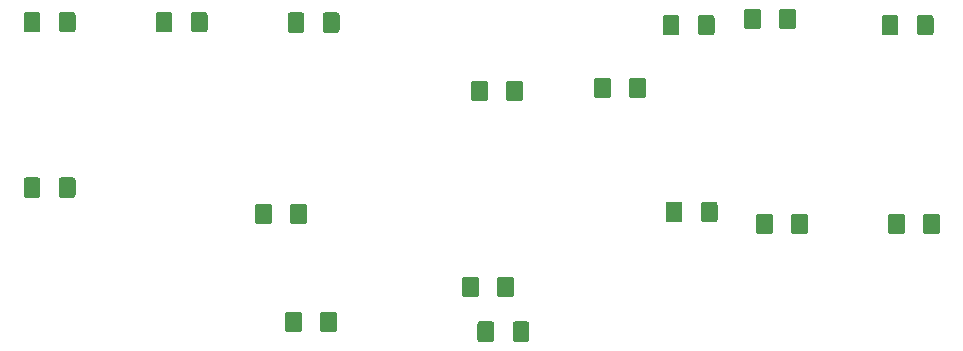
<source format=gbr>
G04 #@! TF.GenerationSoftware,KiCad,Pcbnew,5.1.5+dfsg1-2build2*
G04 #@! TF.CreationDate,2022-05-21T12:29:04-07:00*
G04 #@! TF.ProjectId,ProgramCounter,50726f67-7261-46d4-936f-756e7465722e,rev?*
G04 #@! TF.SameCoordinates,Original*
G04 #@! TF.FileFunction,Paste,Bot*
G04 #@! TF.FilePolarity,Positive*
%FSLAX46Y46*%
G04 Gerber Fmt 4.6, Leading zero omitted, Abs format (unit mm)*
G04 Created by KiCad (PCBNEW 5.1.5+dfsg1-2build2) date 2022-05-21 12:29:04*
%MOMM*%
%LPD*%
G04 APERTURE LIST*
%ADD10C,0.100000*%
G04 APERTURE END LIST*
D10*
G36*
X92000004Y-82184204D02*
G01*
X92024273Y-82187804D01*
X92048071Y-82193765D01*
X92071171Y-82202030D01*
X92093349Y-82212520D01*
X92114393Y-82225133D01*
X92134098Y-82239747D01*
X92152277Y-82256223D01*
X92168753Y-82274402D01*
X92183367Y-82294107D01*
X92195980Y-82315151D01*
X92206470Y-82337329D01*
X92214735Y-82360429D01*
X92220696Y-82384227D01*
X92224296Y-82408496D01*
X92225500Y-82433000D01*
X92225500Y-83683000D01*
X92224296Y-83707504D01*
X92220696Y-83731773D01*
X92214735Y-83755571D01*
X92206470Y-83778671D01*
X92195980Y-83800849D01*
X92183367Y-83821893D01*
X92168753Y-83841598D01*
X92152277Y-83859777D01*
X92134098Y-83876253D01*
X92114393Y-83890867D01*
X92093349Y-83903480D01*
X92071171Y-83913970D01*
X92048071Y-83922235D01*
X92024273Y-83928196D01*
X92000004Y-83931796D01*
X91975500Y-83933000D01*
X91050500Y-83933000D01*
X91025996Y-83931796D01*
X91001727Y-83928196D01*
X90977929Y-83922235D01*
X90954829Y-83913970D01*
X90932651Y-83903480D01*
X90911607Y-83890867D01*
X90891902Y-83876253D01*
X90873723Y-83859777D01*
X90857247Y-83841598D01*
X90842633Y-83821893D01*
X90830020Y-83800849D01*
X90819530Y-83778671D01*
X90811265Y-83755571D01*
X90805304Y-83731773D01*
X90801704Y-83707504D01*
X90800500Y-83683000D01*
X90800500Y-82433000D01*
X90801704Y-82408496D01*
X90805304Y-82384227D01*
X90811265Y-82360429D01*
X90819530Y-82337329D01*
X90830020Y-82315151D01*
X90842633Y-82294107D01*
X90857247Y-82274402D01*
X90873723Y-82256223D01*
X90891902Y-82239747D01*
X90911607Y-82225133D01*
X90932651Y-82212520D01*
X90954829Y-82202030D01*
X90977929Y-82193765D01*
X91001727Y-82187804D01*
X91025996Y-82184204D01*
X91050500Y-82183000D01*
X91975500Y-82183000D01*
X92000004Y-82184204D01*
G37*
G36*
X94975004Y-82184204D02*
G01*
X94999273Y-82187804D01*
X95023071Y-82193765D01*
X95046171Y-82202030D01*
X95068349Y-82212520D01*
X95089393Y-82225133D01*
X95109098Y-82239747D01*
X95127277Y-82256223D01*
X95143753Y-82274402D01*
X95158367Y-82294107D01*
X95170980Y-82315151D01*
X95181470Y-82337329D01*
X95189735Y-82360429D01*
X95195696Y-82384227D01*
X95199296Y-82408496D01*
X95200500Y-82433000D01*
X95200500Y-83683000D01*
X95199296Y-83707504D01*
X95195696Y-83731773D01*
X95189735Y-83755571D01*
X95181470Y-83778671D01*
X95170980Y-83800849D01*
X95158367Y-83821893D01*
X95143753Y-83841598D01*
X95127277Y-83859777D01*
X95109098Y-83876253D01*
X95089393Y-83890867D01*
X95068349Y-83903480D01*
X95046171Y-83913970D01*
X95023071Y-83922235D01*
X94999273Y-83928196D01*
X94975004Y-83931796D01*
X94950500Y-83933000D01*
X94025500Y-83933000D01*
X94000996Y-83931796D01*
X93976727Y-83928196D01*
X93952929Y-83922235D01*
X93929829Y-83913970D01*
X93907651Y-83903480D01*
X93886607Y-83890867D01*
X93866902Y-83876253D01*
X93848723Y-83859777D01*
X93832247Y-83841598D01*
X93817633Y-83821893D01*
X93805020Y-83800849D01*
X93794530Y-83778671D01*
X93786265Y-83755571D01*
X93780304Y-83731773D01*
X93776704Y-83707504D01*
X93775500Y-83683000D01*
X93775500Y-82433000D01*
X93776704Y-82408496D01*
X93780304Y-82384227D01*
X93786265Y-82360429D01*
X93794530Y-82337329D01*
X93805020Y-82315151D01*
X93817633Y-82294107D01*
X93832247Y-82274402D01*
X93848723Y-82256223D01*
X93866902Y-82239747D01*
X93886607Y-82225133D01*
X93907651Y-82212520D01*
X93929829Y-82202030D01*
X93952929Y-82193765D01*
X93976727Y-82187804D01*
X94000996Y-82184204D01*
X94025500Y-82183000D01*
X94950500Y-82183000D01*
X94975004Y-82184204D01*
G37*
G36*
X56548004Y-69992204D02*
G01*
X56572273Y-69995804D01*
X56596071Y-70001765D01*
X56619171Y-70010030D01*
X56641349Y-70020520D01*
X56662393Y-70033133D01*
X56682098Y-70047747D01*
X56700277Y-70064223D01*
X56716753Y-70082402D01*
X56731367Y-70102107D01*
X56743980Y-70123151D01*
X56754470Y-70145329D01*
X56762735Y-70168429D01*
X56768696Y-70192227D01*
X56772296Y-70216496D01*
X56773500Y-70241000D01*
X56773500Y-71491000D01*
X56772296Y-71515504D01*
X56768696Y-71539773D01*
X56762735Y-71563571D01*
X56754470Y-71586671D01*
X56743980Y-71608849D01*
X56731367Y-71629893D01*
X56716753Y-71649598D01*
X56700277Y-71667777D01*
X56682098Y-71684253D01*
X56662393Y-71698867D01*
X56641349Y-71711480D01*
X56619171Y-71721970D01*
X56596071Y-71730235D01*
X56572273Y-71736196D01*
X56548004Y-71739796D01*
X56523500Y-71741000D01*
X55598500Y-71741000D01*
X55573996Y-71739796D01*
X55549727Y-71736196D01*
X55525929Y-71730235D01*
X55502829Y-71721970D01*
X55480651Y-71711480D01*
X55459607Y-71698867D01*
X55439902Y-71684253D01*
X55421723Y-71667777D01*
X55405247Y-71649598D01*
X55390633Y-71629893D01*
X55378020Y-71608849D01*
X55367530Y-71586671D01*
X55359265Y-71563571D01*
X55353304Y-71539773D01*
X55349704Y-71515504D01*
X55348500Y-71491000D01*
X55348500Y-70241000D01*
X55349704Y-70216496D01*
X55353304Y-70192227D01*
X55359265Y-70168429D01*
X55367530Y-70145329D01*
X55378020Y-70123151D01*
X55390633Y-70102107D01*
X55405247Y-70082402D01*
X55421723Y-70064223D01*
X55439902Y-70047747D01*
X55459607Y-70033133D01*
X55480651Y-70020520D01*
X55502829Y-70010030D01*
X55525929Y-70001765D01*
X55549727Y-69995804D01*
X55573996Y-69992204D01*
X55598500Y-69991000D01*
X56523500Y-69991000D01*
X56548004Y-69992204D01*
G37*
G36*
X53573004Y-69992204D02*
G01*
X53597273Y-69995804D01*
X53621071Y-70001765D01*
X53644171Y-70010030D01*
X53666349Y-70020520D01*
X53687393Y-70033133D01*
X53707098Y-70047747D01*
X53725277Y-70064223D01*
X53741753Y-70082402D01*
X53756367Y-70102107D01*
X53768980Y-70123151D01*
X53779470Y-70145329D01*
X53787735Y-70168429D01*
X53793696Y-70192227D01*
X53797296Y-70216496D01*
X53798500Y-70241000D01*
X53798500Y-71491000D01*
X53797296Y-71515504D01*
X53793696Y-71539773D01*
X53787735Y-71563571D01*
X53779470Y-71586671D01*
X53768980Y-71608849D01*
X53756367Y-71629893D01*
X53741753Y-71649598D01*
X53725277Y-71667777D01*
X53707098Y-71684253D01*
X53687393Y-71698867D01*
X53666349Y-71711480D01*
X53644171Y-71721970D01*
X53621071Y-71730235D01*
X53597273Y-71736196D01*
X53573004Y-71739796D01*
X53548500Y-71741000D01*
X52623500Y-71741000D01*
X52598996Y-71739796D01*
X52574727Y-71736196D01*
X52550929Y-71730235D01*
X52527829Y-71721970D01*
X52505651Y-71711480D01*
X52484607Y-71698867D01*
X52464902Y-71684253D01*
X52446723Y-71667777D01*
X52430247Y-71649598D01*
X52415633Y-71629893D01*
X52403020Y-71608849D01*
X52392530Y-71586671D01*
X52384265Y-71563571D01*
X52378304Y-71539773D01*
X52374704Y-71515504D01*
X52373500Y-71491000D01*
X52373500Y-70241000D01*
X52374704Y-70216496D01*
X52378304Y-70192227D01*
X52384265Y-70168429D01*
X52392530Y-70145329D01*
X52403020Y-70123151D01*
X52415633Y-70102107D01*
X52430247Y-70082402D01*
X52446723Y-70064223D01*
X52464902Y-70047747D01*
X52484607Y-70033133D01*
X52505651Y-70020520D01*
X52527829Y-70010030D01*
X52550929Y-70001765D01*
X52574727Y-69995804D01*
X52598996Y-69992204D01*
X52623500Y-69991000D01*
X53548500Y-69991000D01*
X53573004Y-69992204D01*
G37*
G36*
X117544504Y-55706204D02*
G01*
X117568773Y-55709804D01*
X117592571Y-55715765D01*
X117615671Y-55724030D01*
X117637849Y-55734520D01*
X117658893Y-55747133D01*
X117678598Y-55761747D01*
X117696777Y-55778223D01*
X117713253Y-55796402D01*
X117727867Y-55816107D01*
X117740480Y-55837151D01*
X117750970Y-55859329D01*
X117759235Y-55882429D01*
X117765196Y-55906227D01*
X117768796Y-55930496D01*
X117770000Y-55955000D01*
X117770000Y-57205000D01*
X117768796Y-57229504D01*
X117765196Y-57253773D01*
X117759235Y-57277571D01*
X117750970Y-57300671D01*
X117740480Y-57322849D01*
X117727867Y-57343893D01*
X117713253Y-57363598D01*
X117696777Y-57381777D01*
X117678598Y-57398253D01*
X117658893Y-57412867D01*
X117637849Y-57425480D01*
X117615671Y-57435970D01*
X117592571Y-57444235D01*
X117568773Y-57450196D01*
X117544504Y-57453796D01*
X117520000Y-57455000D01*
X116595000Y-57455000D01*
X116570496Y-57453796D01*
X116546227Y-57450196D01*
X116522429Y-57444235D01*
X116499329Y-57435970D01*
X116477151Y-57425480D01*
X116456107Y-57412867D01*
X116436402Y-57398253D01*
X116418223Y-57381777D01*
X116401747Y-57363598D01*
X116387133Y-57343893D01*
X116374520Y-57322849D01*
X116364030Y-57300671D01*
X116355765Y-57277571D01*
X116349804Y-57253773D01*
X116346204Y-57229504D01*
X116345000Y-57205000D01*
X116345000Y-55955000D01*
X116346204Y-55930496D01*
X116349804Y-55906227D01*
X116355765Y-55882429D01*
X116364030Y-55859329D01*
X116374520Y-55837151D01*
X116387133Y-55816107D01*
X116401747Y-55796402D01*
X116418223Y-55778223D01*
X116436402Y-55761747D01*
X116456107Y-55747133D01*
X116477151Y-55734520D01*
X116499329Y-55724030D01*
X116522429Y-55715765D01*
X116546227Y-55709804D01*
X116570496Y-55706204D01*
X116595000Y-55705000D01*
X117520000Y-55705000D01*
X117544504Y-55706204D01*
G37*
G36*
X114569504Y-55706204D02*
G01*
X114593773Y-55709804D01*
X114617571Y-55715765D01*
X114640671Y-55724030D01*
X114662849Y-55734520D01*
X114683893Y-55747133D01*
X114703598Y-55761747D01*
X114721777Y-55778223D01*
X114738253Y-55796402D01*
X114752867Y-55816107D01*
X114765480Y-55837151D01*
X114775970Y-55859329D01*
X114784235Y-55882429D01*
X114790196Y-55906227D01*
X114793796Y-55930496D01*
X114795000Y-55955000D01*
X114795000Y-57205000D01*
X114793796Y-57229504D01*
X114790196Y-57253773D01*
X114784235Y-57277571D01*
X114775970Y-57300671D01*
X114765480Y-57322849D01*
X114752867Y-57343893D01*
X114738253Y-57363598D01*
X114721777Y-57381777D01*
X114703598Y-57398253D01*
X114683893Y-57412867D01*
X114662849Y-57425480D01*
X114640671Y-57435970D01*
X114617571Y-57444235D01*
X114593773Y-57450196D01*
X114569504Y-57453796D01*
X114545000Y-57455000D01*
X113620000Y-57455000D01*
X113595496Y-57453796D01*
X113571227Y-57450196D01*
X113547429Y-57444235D01*
X113524329Y-57435970D01*
X113502151Y-57425480D01*
X113481107Y-57412867D01*
X113461402Y-57398253D01*
X113443223Y-57381777D01*
X113426747Y-57363598D01*
X113412133Y-57343893D01*
X113399520Y-57322849D01*
X113389030Y-57300671D01*
X113380765Y-57277571D01*
X113374804Y-57253773D01*
X113371204Y-57229504D01*
X113370000Y-57205000D01*
X113370000Y-55955000D01*
X113371204Y-55930496D01*
X113374804Y-55906227D01*
X113380765Y-55882429D01*
X113389030Y-55859329D01*
X113399520Y-55837151D01*
X113412133Y-55816107D01*
X113426747Y-55796402D01*
X113443223Y-55778223D01*
X113461402Y-55761747D01*
X113481107Y-55747133D01*
X113502151Y-55734520D01*
X113524329Y-55724030D01*
X113547429Y-55715765D01*
X113571227Y-55709804D01*
X113595496Y-55706204D01*
X113620000Y-55705000D01*
X114545000Y-55705000D01*
X114569504Y-55706204D01*
G37*
G36*
X101869504Y-61548204D02*
G01*
X101893773Y-61551804D01*
X101917571Y-61557765D01*
X101940671Y-61566030D01*
X101962849Y-61576520D01*
X101983893Y-61589133D01*
X102003598Y-61603747D01*
X102021777Y-61620223D01*
X102038253Y-61638402D01*
X102052867Y-61658107D01*
X102065480Y-61679151D01*
X102075970Y-61701329D01*
X102084235Y-61724429D01*
X102090196Y-61748227D01*
X102093796Y-61772496D01*
X102095000Y-61797000D01*
X102095000Y-63047000D01*
X102093796Y-63071504D01*
X102090196Y-63095773D01*
X102084235Y-63119571D01*
X102075970Y-63142671D01*
X102065480Y-63164849D01*
X102052867Y-63185893D01*
X102038253Y-63205598D01*
X102021777Y-63223777D01*
X102003598Y-63240253D01*
X101983893Y-63254867D01*
X101962849Y-63267480D01*
X101940671Y-63277970D01*
X101917571Y-63286235D01*
X101893773Y-63292196D01*
X101869504Y-63295796D01*
X101845000Y-63297000D01*
X100920000Y-63297000D01*
X100895496Y-63295796D01*
X100871227Y-63292196D01*
X100847429Y-63286235D01*
X100824329Y-63277970D01*
X100802151Y-63267480D01*
X100781107Y-63254867D01*
X100761402Y-63240253D01*
X100743223Y-63223777D01*
X100726747Y-63205598D01*
X100712133Y-63185893D01*
X100699520Y-63164849D01*
X100689030Y-63142671D01*
X100680765Y-63119571D01*
X100674804Y-63095773D01*
X100671204Y-63071504D01*
X100670000Y-63047000D01*
X100670000Y-61797000D01*
X100671204Y-61772496D01*
X100674804Y-61748227D01*
X100680765Y-61724429D01*
X100689030Y-61701329D01*
X100699520Y-61679151D01*
X100712133Y-61658107D01*
X100726747Y-61638402D01*
X100743223Y-61620223D01*
X100761402Y-61603747D01*
X100781107Y-61589133D01*
X100802151Y-61576520D01*
X100824329Y-61566030D01*
X100847429Y-61557765D01*
X100871227Y-61551804D01*
X100895496Y-61548204D01*
X100920000Y-61547000D01*
X101845000Y-61547000D01*
X101869504Y-61548204D01*
G37*
G36*
X104844504Y-61548204D02*
G01*
X104868773Y-61551804D01*
X104892571Y-61557765D01*
X104915671Y-61566030D01*
X104937849Y-61576520D01*
X104958893Y-61589133D01*
X104978598Y-61603747D01*
X104996777Y-61620223D01*
X105013253Y-61638402D01*
X105027867Y-61658107D01*
X105040480Y-61679151D01*
X105050970Y-61701329D01*
X105059235Y-61724429D01*
X105065196Y-61748227D01*
X105068796Y-61772496D01*
X105070000Y-61797000D01*
X105070000Y-63047000D01*
X105068796Y-63071504D01*
X105065196Y-63095773D01*
X105059235Y-63119571D01*
X105050970Y-63142671D01*
X105040480Y-63164849D01*
X105027867Y-63185893D01*
X105013253Y-63205598D01*
X104996777Y-63223777D01*
X104978598Y-63240253D01*
X104958893Y-63254867D01*
X104937849Y-63267480D01*
X104915671Y-63277970D01*
X104892571Y-63286235D01*
X104868773Y-63292196D01*
X104844504Y-63295796D01*
X104820000Y-63297000D01*
X103895000Y-63297000D01*
X103870496Y-63295796D01*
X103846227Y-63292196D01*
X103822429Y-63286235D01*
X103799329Y-63277970D01*
X103777151Y-63267480D01*
X103756107Y-63254867D01*
X103736402Y-63240253D01*
X103718223Y-63223777D01*
X103701747Y-63205598D01*
X103687133Y-63185893D01*
X103674520Y-63164849D01*
X103664030Y-63142671D01*
X103655765Y-63119571D01*
X103649804Y-63095773D01*
X103646204Y-63071504D01*
X103645000Y-63047000D01*
X103645000Y-61797000D01*
X103646204Y-61772496D01*
X103649804Y-61748227D01*
X103655765Y-61724429D01*
X103664030Y-61701329D01*
X103674520Y-61679151D01*
X103687133Y-61658107D01*
X103701747Y-61638402D01*
X103718223Y-61620223D01*
X103736402Y-61603747D01*
X103756107Y-61589133D01*
X103777151Y-61576520D01*
X103799329Y-61566030D01*
X103822429Y-61557765D01*
X103846227Y-61551804D01*
X103870496Y-61548204D01*
X103895000Y-61547000D01*
X104820000Y-61547000D01*
X104844504Y-61548204D01*
G37*
G36*
X76142504Y-72216204D02*
G01*
X76166773Y-72219804D01*
X76190571Y-72225765D01*
X76213671Y-72234030D01*
X76235849Y-72244520D01*
X76256893Y-72257133D01*
X76276598Y-72271747D01*
X76294777Y-72288223D01*
X76311253Y-72306402D01*
X76325867Y-72326107D01*
X76338480Y-72347151D01*
X76348970Y-72369329D01*
X76357235Y-72392429D01*
X76363196Y-72416227D01*
X76366796Y-72440496D01*
X76368000Y-72465000D01*
X76368000Y-73715000D01*
X76366796Y-73739504D01*
X76363196Y-73763773D01*
X76357235Y-73787571D01*
X76348970Y-73810671D01*
X76338480Y-73832849D01*
X76325867Y-73853893D01*
X76311253Y-73873598D01*
X76294777Y-73891777D01*
X76276598Y-73908253D01*
X76256893Y-73922867D01*
X76235849Y-73935480D01*
X76213671Y-73945970D01*
X76190571Y-73954235D01*
X76166773Y-73960196D01*
X76142504Y-73963796D01*
X76118000Y-73965000D01*
X75193000Y-73965000D01*
X75168496Y-73963796D01*
X75144227Y-73960196D01*
X75120429Y-73954235D01*
X75097329Y-73945970D01*
X75075151Y-73935480D01*
X75054107Y-73922867D01*
X75034402Y-73908253D01*
X75016223Y-73891777D01*
X74999747Y-73873598D01*
X74985133Y-73853893D01*
X74972520Y-73832849D01*
X74962030Y-73810671D01*
X74953765Y-73787571D01*
X74947804Y-73763773D01*
X74944204Y-73739504D01*
X74943000Y-73715000D01*
X74943000Y-72465000D01*
X74944204Y-72440496D01*
X74947804Y-72416227D01*
X74953765Y-72392429D01*
X74962030Y-72369329D01*
X74972520Y-72347151D01*
X74985133Y-72326107D01*
X74999747Y-72306402D01*
X75016223Y-72288223D01*
X75034402Y-72271747D01*
X75054107Y-72257133D01*
X75075151Y-72244520D01*
X75097329Y-72234030D01*
X75120429Y-72225765D01*
X75144227Y-72219804D01*
X75168496Y-72216204D01*
X75193000Y-72215000D01*
X76118000Y-72215000D01*
X76142504Y-72216204D01*
G37*
G36*
X73167504Y-72216204D02*
G01*
X73191773Y-72219804D01*
X73215571Y-72225765D01*
X73238671Y-72234030D01*
X73260849Y-72244520D01*
X73281893Y-72257133D01*
X73301598Y-72271747D01*
X73319777Y-72288223D01*
X73336253Y-72306402D01*
X73350867Y-72326107D01*
X73363480Y-72347151D01*
X73373970Y-72369329D01*
X73382235Y-72392429D01*
X73388196Y-72416227D01*
X73391796Y-72440496D01*
X73393000Y-72465000D01*
X73393000Y-73715000D01*
X73391796Y-73739504D01*
X73388196Y-73763773D01*
X73382235Y-73787571D01*
X73373970Y-73810671D01*
X73363480Y-73832849D01*
X73350867Y-73853893D01*
X73336253Y-73873598D01*
X73319777Y-73891777D01*
X73301598Y-73908253D01*
X73281893Y-73922867D01*
X73260849Y-73935480D01*
X73238671Y-73945970D01*
X73215571Y-73954235D01*
X73191773Y-73960196D01*
X73167504Y-73963796D01*
X73143000Y-73965000D01*
X72218000Y-73965000D01*
X72193496Y-73963796D01*
X72169227Y-73960196D01*
X72145429Y-73954235D01*
X72122329Y-73945970D01*
X72100151Y-73935480D01*
X72079107Y-73922867D01*
X72059402Y-73908253D01*
X72041223Y-73891777D01*
X72024747Y-73873598D01*
X72010133Y-73853893D01*
X71997520Y-73832849D01*
X71987030Y-73810671D01*
X71978765Y-73787571D01*
X71972804Y-73763773D01*
X71969204Y-73739504D01*
X71968000Y-73715000D01*
X71968000Y-72465000D01*
X71969204Y-72440496D01*
X71972804Y-72416227D01*
X71978765Y-72392429D01*
X71987030Y-72369329D01*
X71997520Y-72347151D01*
X72010133Y-72326107D01*
X72024747Y-72306402D01*
X72041223Y-72288223D01*
X72059402Y-72271747D01*
X72079107Y-72257133D01*
X72100151Y-72244520D01*
X72122329Y-72234030D01*
X72145429Y-72225765D01*
X72169227Y-72219804D01*
X72193496Y-72216204D01*
X72218000Y-72215000D01*
X73143000Y-72215000D01*
X73167504Y-72216204D01*
G37*
G36*
X67724004Y-55960204D02*
G01*
X67748273Y-55963804D01*
X67772071Y-55969765D01*
X67795171Y-55978030D01*
X67817349Y-55988520D01*
X67838393Y-56001133D01*
X67858098Y-56015747D01*
X67876277Y-56032223D01*
X67892753Y-56050402D01*
X67907367Y-56070107D01*
X67919980Y-56091151D01*
X67930470Y-56113329D01*
X67938735Y-56136429D01*
X67944696Y-56160227D01*
X67948296Y-56184496D01*
X67949500Y-56209000D01*
X67949500Y-57459000D01*
X67948296Y-57483504D01*
X67944696Y-57507773D01*
X67938735Y-57531571D01*
X67930470Y-57554671D01*
X67919980Y-57576849D01*
X67907367Y-57597893D01*
X67892753Y-57617598D01*
X67876277Y-57635777D01*
X67858098Y-57652253D01*
X67838393Y-57666867D01*
X67817349Y-57679480D01*
X67795171Y-57689970D01*
X67772071Y-57698235D01*
X67748273Y-57704196D01*
X67724004Y-57707796D01*
X67699500Y-57709000D01*
X66774500Y-57709000D01*
X66749996Y-57707796D01*
X66725727Y-57704196D01*
X66701929Y-57698235D01*
X66678829Y-57689970D01*
X66656651Y-57679480D01*
X66635607Y-57666867D01*
X66615902Y-57652253D01*
X66597723Y-57635777D01*
X66581247Y-57617598D01*
X66566633Y-57597893D01*
X66554020Y-57576849D01*
X66543530Y-57554671D01*
X66535265Y-57531571D01*
X66529304Y-57507773D01*
X66525704Y-57483504D01*
X66524500Y-57459000D01*
X66524500Y-56209000D01*
X66525704Y-56184496D01*
X66529304Y-56160227D01*
X66535265Y-56136429D01*
X66543530Y-56113329D01*
X66554020Y-56091151D01*
X66566633Y-56070107D01*
X66581247Y-56050402D01*
X66597723Y-56032223D01*
X66615902Y-56015747D01*
X66635607Y-56001133D01*
X66656651Y-55988520D01*
X66678829Y-55978030D01*
X66701929Y-55969765D01*
X66725727Y-55963804D01*
X66749996Y-55960204D01*
X66774500Y-55959000D01*
X67699500Y-55959000D01*
X67724004Y-55960204D01*
G37*
G36*
X64749004Y-55960204D02*
G01*
X64773273Y-55963804D01*
X64797071Y-55969765D01*
X64820171Y-55978030D01*
X64842349Y-55988520D01*
X64863393Y-56001133D01*
X64883098Y-56015747D01*
X64901277Y-56032223D01*
X64917753Y-56050402D01*
X64932367Y-56070107D01*
X64944980Y-56091151D01*
X64955470Y-56113329D01*
X64963735Y-56136429D01*
X64969696Y-56160227D01*
X64973296Y-56184496D01*
X64974500Y-56209000D01*
X64974500Y-57459000D01*
X64973296Y-57483504D01*
X64969696Y-57507773D01*
X64963735Y-57531571D01*
X64955470Y-57554671D01*
X64944980Y-57576849D01*
X64932367Y-57597893D01*
X64917753Y-57617598D01*
X64901277Y-57635777D01*
X64883098Y-57652253D01*
X64863393Y-57666867D01*
X64842349Y-57679480D01*
X64820171Y-57689970D01*
X64797071Y-57698235D01*
X64773273Y-57704196D01*
X64749004Y-57707796D01*
X64724500Y-57709000D01*
X63799500Y-57709000D01*
X63774996Y-57707796D01*
X63750727Y-57704196D01*
X63726929Y-57698235D01*
X63703829Y-57689970D01*
X63681651Y-57679480D01*
X63660607Y-57666867D01*
X63640902Y-57652253D01*
X63622723Y-57635777D01*
X63606247Y-57617598D01*
X63591633Y-57597893D01*
X63579020Y-57576849D01*
X63568530Y-57554671D01*
X63560265Y-57531571D01*
X63554304Y-57507773D01*
X63550704Y-57483504D01*
X63549500Y-57459000D01*
X63549500Y-56209000D01*
X63550704Y-56184496D01*
X63554304Y-56160227D01*
X63560265Y-56136429D01*
X63568530Y-56113329D01*
X63579020Y-56091151D01*
X63591633Y-56070107D01*
X63606247Y-56050402D01*
X63622723Y-56032223D01*
X63640902Y-56015747D01*
X63660607Y-56001133D01*
X63681651Y-55988520D01*
X63703829Y-55978030D01*
X63726929Y-55969765D01*
X63750727Y-55963804D01*
X63774996Y-55960204D01*
X63799500Y-55959000D01*
X64724500Y-55959000D01*
X64749004Y-55960204D01*
G37*
G36*
X91455504Y-61802204D02*
G01*
X91479773Y-61805804D01*
X91503571Y-61811765D01*
X91526671Y-61820030D01*
X91548849Y-61830520D01*
X91569893Y-61843133D01*
X91589598Y-61857747D01*
X91607777Y-61874223D01*
X91624253Y-61892402D01*
X91638867Y-61912107D01*
X91651480Y-61933151D01*
X91661970Y-61955329D01*
X91670235Y-61978429D01*
X91676196Y-62002227D01*
X91679796Y-62026496D01*
X91681000Y-62051000D01*
X91681000Y-63301000D01*
X91679796Y-63325504D01*
X91676196Y-63349773D01*
X91670235Y-63373571D01*
X91661970Y-63396671D01*
X91651480Y-63418849D01*
X91638867Y-63439893D01*
X91624253Y-63459598D01*
X91607777Y-63477777D01*
X91589598Y-63494253D01*
X91569893Y-63508867D01*
X91548849Y-63521480D01*
X91526671Y-63531970D01*
X91503571Y-63540235D01*
X91479773Y-63546196D01*
X91455504Y-63549796D01*
X91431000Y-63551000D01*
X90506000Y-63551000D01*
X90481496Y-63549796D01*
X90457227Y-63546196D01*
X90433429Y-63540235D01*
X90410329Y-63531970D01*
X90388151Y-63521480D01*
X90367107Y-63508867D01*
X90347402Y-63494253D01*
X90329223Y-63477777D01*
X90312747Y-63459598D01*
X90298133Y-63439893D01*
X90285520Y-63418849D01*
X90275030Y-63396671D01*
X90266765Y-63373571D01*
X90260804Y-63349773D01*
X90257204Y-63325504D01*
X90256000Y-63301000D01*
X90256000Y-62051000D01*
X90257204Y-62026496D01*
X90260804Y-62002227D01*
X90266765Y-61978429D01*
X90275030Y-61955329D01*
X90285520Y-61933151D01*
X90298133Y-61912107D01*
X90312747Y-61892402D01*
X90329223Y-61874223D01*
X90347402Y-61857747D01*
X90367107Y-61843133D01*
X90388151Y-61830520D01*
X90410329Y-61820030D01*
X90433429Y-61811765D01*
X90457227Y-61805804D01*
X90481496Y-61802204D01*
X90506000Y-61801000D01*
X91431000Y-61801000D01*
X91455504Y-61802204D01*
G37*
G36*
X94430504Y-61802204D02*
G01*
X94454773Y-61805804D01*
X94478571Y-61811765D01*
X94501671Y-61820030D01*
X94523849Y-61830520D01*
X94544893Y-61843133D01*
X94564598Y-61857747D01*
X94582777Y-61874223D01*
X94599253Y-61892402D01*
X94613867Y-61912107D01*
X94626480Y-61933151D01*
X94636970Y-61955329D01*
X94645235Y-61978429D01*
X94651196Y-62002227D01*
X94654796Y-62026496D01*
X94656000Y-62051000D01*
X94656000Y-63301000D01*
X94654796Y-63325504D01*
X94651196Y-63349773D01*
X94645235Y-63373571D01*
X94636970Y-63396671D01*
X94626480Y-63418849D01*
X94613867Y-63439893D01*
X94599253Y-63459598D01*
X94582777Y-63477777D01*
X94564598Y-63494253D01*
X94544893Y-63508867D01*
X94523849Y-63521480D01*
X94501671Y-63531970D01*
X94478571Y-63540235D01*
X94454773Y-63546196D01*
X94430504Y-63549796D01*
X94406000Y-63551000D01*
X93481000Y-63551000D01*
X93456496Y-63549796D01*
X93432227Y-63546196D01*
X93408429Y-63540235D01*
X93385329Y-63531970D01*
X93363151Y-63521480D01*
X93342107Y-63508867D01*
X93322402Y-63494253D01*
X93304223Y-63477777D01*
X93287747Y-63459598D01*
X93273133Y-63439893D01*
X93260520Y-63418849D01*
X93250030Y-63396671D01*
X93241765Y-63373571D01*
X93235804Y-63349773D01*
X93232204Y-63325504D01*
X93231000Y-63301000D01*
X93231000Y-62051000D01*
X93232204Y-62026496D01*
X93235804Y-62002227D01*
X93241765Y-61978429D01*
X93250030Y-61955329D01*
X93260520Y-61933151D01*
X93273133Y-61912107D01*
X93287747Y-61892402D01*
X93304223Y-61874223D01*
X93322402Y-61857747D01*
X93342107Y-61843133D01*
X93363151Y-61830520D01*
X93385329Y-61820030D01*
X93408429Y-61811765D01*
X93432227Y-61805804D01*
X93456496Y-61802204D01*
X93481000Y-61801000D01*
X94406000Y-61801000D01*
X94430504Y-61802204D01*
G37*
G36*
X129192004Y-56214204D02*
G01*
X129216273Y-56217804D01*
X129240071Y-56223765D01*
X129263171Y-56232030D01*
X129285349Y-56242520D01*
X129306393Y-56255133D01*
X129326098Y-56269747D01*
X129344277Y-56286223D01*
X129360753Y-56304402D01*
X129375367Y-56324107D01*
X129387980Y-56345151D01*
X129398470Y-56367329D01*
X129406735Y-56390429D01*
X129412696Y-56414227D01*
X129416296Y-56438496D01*
X129417500Y-56463000D01*
X129417500Y-57713000D01*
X129416296Y-57737504D01*
X129412696Y-57761773D01*
X129406735Y-57785571D01*
X129398470Y-57808671D01*
X129387980Y-57830849D01*
X129375367Y-57851893D01*
X129360753Y-57871598D01*
X129344277Y-57889777D01*
X129326098Y-57906253D01*
X129306393Y-57920867D01*
X129285349Y-57933480D01*
X129263171Y-57943970D01*
X129240071Y-57952235D01*
X129216273Y-57958196D01*
X129192004Y-57961796D01*
X129167500Y-57963000D01*
X128242500Y-57963000D01*
X128217996Y-57961796D01*
X128193727Y-57958196D01*
X128169929Y-57952235D01*
X128146829Y-57943970D01*
X128124651Y-57933480D01*
X128103607Y-57920867D01*
X128083902Y-57906253D01*
X128065723Y-57889777D01*
X128049247Y-57871598D01*
X128034633Y-57851893D01*
X128022020Y-57830849D01*
X128011530Y-57808671D01*
X128003265Y-57785571D01*
X127997304Y-57761773D01*
X127993704Y-57737504D01*
X127992500Y-57713000D01*
X127992500Y-56463000D01*
X127993704Y-56438496D01*
X127997304Y-56414227D01*
X128003265Y-56390429D01*
X128011530Y-56367329D01*
X128022020Y-56345151D01*
X128034633Y-56324107D01*
X128049247Y-56304402D01*
X128065723Y-56286223D01*
X128083902Y-56269747D01*
X128103607Y-56255133D01*
X128124651Y-56242520D01*
X128146829Y-56232030D01*
X128169929Y-56223765D01*
X128193727Y-56217804D01*
X128217996Y-56214204D01*
X128242500Y-56213000D01*
X129167500Y-56213000D01*
X129192004Y-56214204D01*
G37*
G36*
X126217004Y-56214204D02*
G01*
X126241273Y-56217804D01*
X126265071Y-56223765D01*
X126288171Y-56232030D01*
X126310349Y-56242520D01*
X126331393Y-56255133D01*
X126351098Y-56269747D01*
X126369277Y-56286223D01*
X126385753Y-56304402D01*
X126400367Y-56324107D01*
X126412980Y-56345151D01*
X126423470Y-56367329D01*
X126431735Y-56390429D01*
X126437696Y-56414227D01*
X126441296Y-56438496D01*
X126442500Y-56463000D01*
X126442500Y-57713000D01*
X126441296Y-57737504D01*
X126437696Y-57761773D01*
X126431735Y-57785571D01*
X126423470Y-57808671D01*
X126412980Y-57830849D01*
X126400367Y-57851893D01*
X126385753Y-57871598D01*
X126369277Y-57889777D01*
X126351098Y-57906253D01*
X126331393Y-57920867D01*
X126310349Y-57933480D01*
X126288171Y-57943970D01*
X126265071Y-57952235D01*
X126241273Y-57958196D01*
X126217004Y-57961796D01*
X126192500Y-57963000D01*
X125267500Y-57963000D01*
X125242996Y-57961796D01*
X125218727Y-57958196D01*
X125194929Y-57952235D01*
X125171829Y-57943970D01*
X125149651Y-57933480D01*
X125128607Y-57920867D01*
X125108902Y-57906253D01*
X125090723Y-57889777D01*
X125074247Y-57871598D01*
X125059633Y-57851893D01*
X125047020Y-57830849D01*
X125036530Y-57808671D01*
X125028265Y-57785571D01*
X125022304Y-57761773D01*
X125018704Y-57737504D01*
X125017500Y-57713000D01*
X125017500Y-56463000D01*
X125018704Y-56438496D01*
X125022304Y-56414227D01*
X125028265Y-56390429D01*
X125036530Y-56367329D01*
X125047020Y-56345151D01*
X125059633Y-56324107D01*
X125074247Y-56304402D01*
X125090723Y-56286223D01*
X125108902Y-56269747D01*
X125128607Y-56255133D01*
X125149651Y-56242520D01*
X125171829Y-56232030D01*
X125194929Y-56223765D01*
X125218727Y-56217804D01*
X125242996Y-56214204D01*
X125267500Y-56213000D01*
X126192500Y-56213000D01*
X126217004Y-56214204D01*
G37*
G36*
X75707504Y-81360204D02*
G01*
X75731773Y-81363804D01*
X75755571Y-81369765D01*
X75778671Y-81378030D01*
X75800849Y-81388520D01*
X75821893Y-81401133D01*
X75841598Y-81415747D01*
X75859777Y-81432223D01*
X75876253Y-81450402D01*
X75890867Y-81470107D01*
X75903480Y-81491151D01*
X75913970Y-81513329D01*
X75922235Y-81536429D01*
X75928196Y-81560227D01*
X75931796Y-81584496D01*
X75933000Y-81609000D01*
X75933000Y-82859000D01*
X75931796Y-82883504D01*
X75928196Y-82907773D01*
X75922235Y-82931571D01*
X75913970Y-82954671D01*
X75903480Y-82976849D01*
X75890867Y-82997893D01*
X75876253Y-83017598D01*
X75859777Y-83035777D01*
X75841598Y-83052253D01*
X75821893Y-83066867D01*
X75800849Y-83079480D01*
X75778671Y-83089970D01*
X75755571Y-83098235D01*
X75731773Y-83104196D01*
X75707504Y-83107796D01*
X75683000Y-83109000D01*
X74758000Y-83109000D01*
X74733496Y-83107796D01*
X74709227Y-83104196D01*
X74685429Y-83098235D01*
X74662329Y-83089970D01*
X74640151Y-83079480D01*
X74619107Y-83066867D01*
X74599402Y-83052253D01*
X74581223Y-83035777D01*
X74564747Y-83017598D01*
X74550133Y-82997893D01*
X74537520Y-82976849D01*
X74527030Y-82954671D01*
X74518765Y-82931571D01*
X74512804Y-82907773D01*
X74509204Y-82883504D01*
X74508000Y-82859000D01*
X74508000Y-81609000D01*
X74509204Y-81584496D01*
X74512804Y-81560227D01*
X74518765Y-81536429D01*
X74527030Y-81513329D01*
X74537520Y-81491151D01*
X74550133Y-81470107D01*
X74564747Y-81450402D01*
X74581223Y-81432223D01*
X74599402Y-81415747D01*
X74619107Y-81401133D01*
X74640151Y-81388520D01*
X74662329Y-81378030D01*
X74685429Y-81369765D01*
X74709227Y-81363804D01*
X74733496Y-81360204D01*
X74758000Y-81359000D01*
X75683000Y-81359000D01*
X75707504Y-81360204D01*
G37*
G36*
X78682504Y-81360204D02*
G01*
X78706773Y-81363804D01*
X78730571Y-81369765D01*
X78753671Y-81378030D01*
X78775849Y-81388520D01*
X78796893Y-81401133D01*
X78816598Y-81415747D01*
X78834777Y-81432223D01*
X78851253Y-81450402D01*
X78865867Y-81470107D01*
X78878480Y-81491151D01*
X78888970Y-81513329D01*
X78897235Y-81536429D01*
X78903196Y-81560227D01*
X78906796Y-81584496D01*
X78908000Y-81609000D01*
X78908000Y-82859000D01*
X78906796Y-82883504D01*
X78903196Y-82907773D01*
X78897235Y-82931571D01*
X78888970Y-82954671D01*
X78878480Y-82976849D01*
X78865867Y-82997893D01*
X78851253Y-83017598D01*
X78834777Y-83035777D01*
X78816598Y-83052253D01*
X78796893Y-83066867D01*
X78775849Y-83079480D01*
X78753671Y-83089970D01*
X78730571Y-83098235D01*
X78706773Y-83104196D01*
X78682504Y-83107796D01*
X78658000Y-83109000D01*
X77733000Y-83109000D01*
X77708496Y-83107796D01*
X77684227Y-83104196D01*
X77660429Y-83098235D01*
X77637329Y-83089970D01*
X77615151Y-83079480D01*
X77594107Y-83066867D01*
X77574402Y-83052253D01*
X77556223Y-83035777D01*
X77539747Y-83017598D01*
X77525133Y-82997893D01*
X77512520Y-82976849D01*
X77502030Y-82954671D01*
X77493765Y-82931571D01*
X77487804Y-82907773D01*
X77484204Y-82883504D01*
X77483000Y-82859000D01*
X77483000Y-81609000D01*
X77484204Y-81584496D01*
X77487804Y-81560227D01*
X77493765Y-81536429D01*
X77502030Y-81513329D01*
X77512520Y-81491151D01*
X77525133Y-81470107D01*
X77539747Y-81450402D01*
X77556223Y-81432223D01*
X77574402Y-81415747D01*
X77594107Y-81401133D01*
X77615151Y-81388520D01*
X77637329Y-81378030D01*
X77660429Y-81369765D01*
X77684227Y-81363804D01*
X77708496Y-81360204D01*
X77733000Y-81359000D01*
X78658000Y-81359000D01*
X78682504Y-81360204D01*
G37*
G36*
X129736504Y-73058204D02*
G01*
X129760773Y-73061804D01*
X129784571Y-73067765D01*
X129807671Y-73076030D01*
X129829849Y-73086520D01*
X129850893Y-73099133D01*
X129870598Y-73113747D01*
X129888777Y-73130223D01*
X129905253Y-73148402D01*
X129919867Y-73168107D01*
X129932480Y-73189151D01*
X129942970Y-73211329D01*
X129951235Y-73234429D01*
X129957196Y-73258227D01*
X129960796Y-73282496D01*
X129962000Y-73307000D01*
X129962000Y-74557000D01*
X129960796Y-74581504D01*
X129957196Y-74605773D01*
X129951235Y-74629571D01*
X129942970Y-74652671D01*
X129932480Y-74674849D01*
X129919867Y-74695893D01*
X129905253Y-74715598D01*
X129888777Y-74733777D01*
X129870598Y-74750253D01*
X129850893Y-74764867D01*
X129829849Y-74777480D01*
X129807671Y-74787970D01*
X129784571Y-74796235D01*
X129760773Y-74802196D01*
X129736504Y-74805796D01*
X129712000Y-74807000D01*
X128787000Y-74807000D01*
X128762496Y-74805796D01*
X128738227Y-74802196D01*
X128714429Y-74796235D01*
X128691329Y-74787970D01*
X128669151Y-74777480D01*
X128648107Y-74764867D01*
X128628402Y-74750253D01*
X128610223Y-74733777D01*
X128593747Y-74715598D01*
X128579133Y-74695893D01*
X128566520Y-74674849D01*
X128556030Y-74652671D01*
X128547765Y-74629571D01*
X128541804Y-74605773D01*
X128538204Y-74581504D01*
X128537000Y-74557000D01*
X128537000Y-73307000D01*
X128538204Y-73282496D01*
X128541804Y-73258227D01*
X128547765Y-73234429D01*
X128556030Y-73211329D01*
X128566520Y-73189151D01*
X128579133Y-73168107D01*
X128593747Y-73148402D01*
X128610223Y-73130223D01*
X128628402Y-73113747D01*
X128648107Y-73099133D01*
X128669151Y-73086520D01*
X128691329Y-73076030D01*
X128714429Y-73067765D01*
X128738227Y-73061804D01*
X128762496Y-73058204D01*
X128787000Y-73057000D01*
X129712000Y-73057000D01*
X129736504Y-73058204D01*
G37*
G36*
X126761504Y-73058204D02*
G01*
X126785773Y-73061804D01*
X126809571Y-73067765D01*
X126832671Y-73076030D01*
X126854849Y-73086520D01*
X126875893Y-73099133D01*
X126895598Y-73113747D01*
X126913777Y-73130223D01*
X126930253Y-73148402D01*
X126944867Y-73168107D01*
X126957480Y-73189151D01*
X126967970Y-73211329D01*
X126976235Y-73234429D01*
X126982196Y-73258227D01*
X126985796Y-73282496D01*
X126987000Y-73307000D01*
X126987000Y-74557000D01*
X126985796Y-74581504D01*
X126982196Y-74605773D01*
X126976235Y-74629571D01*
X126967970Y-74652671D01*
X126957480Y-74674849D01*
X126944867Y-74695893D01*
X126930253Y-74715598D01*
X126913777Y-74733777D01*
X126895598Y-74750253D01*
X126875893Y-74764867D01*
X126854849Y-74777480D01*
X126832671Y-74787970D01*
X126809571Y-74796235D01*
X126785773Y-74802196D01*
X126761504Y-74805796D01*
X126737000Y-74807000D01*
X125812000Y-74807000D01*
X125787496Y-74805796D01*
X125763227Y-74802196D01*
X125739429Y-74796235D01*
X125716329Y-74787970D01*
X125694151Y-74777480D01*
X125673107Y-74764867D01*
X125653402Y-74750253D01*
X125635223Y-74733777D01*
X125618747Y-74715598D01*
X125604133Y-74695893D01*
X125591520Y-74674849D01*
X125581030Y-74652671D01*
X125572765Y-74629571D01*
X125566804Y-74605773D01*
X125563204Y-74581504D01*
X125562000Y-74557000D01*
X125562000Y-73307000D01*
X125563204Y-73282496D01*
X125566804Y-73258227D01*
X125572765Y-73234429D01*
X125581030Y-73211329D01*
X125591520Y-73189151D01*
X125604133Y-73168107D01*
X125618747Y-73148402D01*
X125635223Y-73130223D01*
X125653402Y-73113747D01*
X125673107Y-73099133D01*
X125694151Y-73086520D01*
X125716329Y-73076030D01*
X125739429Y-73067765D01*
X125763227Y-73061804D01*
X125787496Y-73058204D01*
X125812000Y-73057000D01*
X126737000Y-73057000D01*
X126761504Y-73058204D01*
G37*
G36*
X107675004Y-56214204D02*
G01*
X107699273Y-56217804D01*
X107723071Y-56223765D01*
X107746171Y-56232030D01*
X107768349Y-56242520D01*
X107789393Y-56255133D01*
X107809098Y-56269747D01*
X107827277Y-56286223D01*
X107843753Y-56304402D01*
X107858367Y-56324107D01*
X107870980Y-56345151D01*
X107881470Y-56367329D01*
X107889735Y-56390429D01*
X107895696Y-56414227D01*
X107899296Y-56438496D01*
X107900500Y-56463000D01*
X107900500Y-57713000D01*
X107899296Y-57737504D01*
X107895696Y-57761773D01*
X107889735Y-57785571D01*
X107881470Y-57808671D01*
X107870980Y-57830849D01*
X107858367Y-57851893D01*
X107843753Y-57871598D01*
X107827277Y-57889777D01*
X107809098Y-57906253D01*
X107789393Y-57920867D01*
X107768349Y-57933480D01*
X107746171Y-57943970D01*
X107723071Y-57952235D01*
X107699273Y-57958196D01*
X107675004Y-57961796D01*
X107650500Y-57963000D01*
X106725500Y-57963000D01*
X106700996Y-57961796D01*
X106676727Y-57958196D01*
X106652929Y-57952235D01*
X106629829Y-57943970D01*
X106607651Y-57933480D01*
X106586607Y-57920867D01*
X106566902Y-57906253D01*
X106548723Y-57889777D01*
X106532247Y-57871598D01*
X106517633Y-57851893D01*
X106505020Y-57830849D01*
X106494530Y-57808671D01*
X106486265Y-57785571D01*
X106480304Y-57761773D01*
X106476704Y-57737504D01*
X106475500Y-57713000D01*
X106475500Y-56463000D01*
X106476704Y-56438496D01*
X106480304Y-56414227D01*
X106486265Y-56390429D01*
X106494530Y-56367329D01*
X106505020Y-56345151D01*
X106517633Y-56324107D01*
X106532247Y-56304402D01*
X106548723Y-56286223D01*
X106566902Y-56269747D01*
X106586607Y-56255133D01*
X106607651Y-56242520D01*
X106629829Y-56232030D01*
X106652929Y-56223765D01*
X106676727Y-56217804D01*
X106700996Y-56214204D01*
X106725500Y-56213000D01*
X107650500Y-56213000D01*
X107675004Y-56214204D01*
G37*
G36*
X110650004Y-56214204D02*
G01*
X110674273Y-56217804D01*
X110698071Y-56223765D01*
X110721171Y-56232030D01*
X110743349Y-56242520D01*
X110764393Y-56255133D01*
X110784098Y-56269747D01*
X110802277Y-56286223D01*
X110818753Y-56304402D01*
X110833367Y-56324107D01*
X110845980Y-56345151D01*
X110856470Y-56367329D01*
X110864735Y-56390429D01*
X110870696Y-56414227D01*
X110874296Y-56438496D01*
X110875500Y-56463000D01*
X110875500Y-57713000D01*
X110874296Y-57737504D01*
X110870696Y-57761773D01*
X110864735Y-57785571D01*
X110856470Y-57808671D01*
X110845980Y-57830849D01*
X110833367Y-57851893D01*
X110818753Y-57871598D01*
X110802277Y-57889777D01*
X110784098Y-57906253D01*
X110764393Y-57920867D01*
X110743349Y-57933480D01*
X110721171Y-57943970D01*
X110698071Y-57952235D01*
X110674273Y-57958196D01*
X110650004Y-57961796D01*
X110625500Y-57963000D01*
X109700500Y-57963000D01*
X109675996Y-57961796D01*
X109651727Y-57958196D01*
X109627929Y-57952235D01*
X109604829Y-57943970D01*
X109582651Y-57933480D01*
X109561607Y-57920867D01*
X109541902Y-57906253D01*
X109523723Y-57889777D01*
X109507247Y-57871598D01*
X109492633Y-57851893D01*
X109480020Y-57830849D01*
X109469530Y-57808671D01*
X109461265Y-57785571D01*
X109455304Y-57761773D01*
X109451704Y-57737504D01*
X109450500Y-57713000D01*
X109450500Y-56463000D01*
X109451704Y-56438496D01*
X109455304Y-56414227D01*
X109461265Y-56390429D01*
X109469530Y-56367329D01*
X109480020Y-56345151D01*
X109492633Y-56324107D01*
X109507247Y-56304402D01*
X109523723Y-56286223D01*
X109541902Y-56269747D01*
X109561607Y-56255133D01*
X109582651Y-56242520D01*
X109604829Y-56232030D01*
X109627929Y-56223765D01*
X109651727Y-56217804D01*
X109675996Y-56214204D01*
X109700500Y-56213000D01*
X110625500Y-56213000D01*
X110650004Y-56214204D01*
G37*
G36*
X118560504Y-73058204D02*
G01*
X118584773Y-73061804D01*
X118608571Y-73067765D01*
X118631671Y-73076030D01*
X118653849Y-73086520D01*
X118674893Y-73099133D01*
X118694598Y-73113747D01*
X118712777Y-73130223D01*
X118729253Y-73148402D01*
X118743867Y-73168107D01*
X118756480Y-73189151D01*
X118766970Y-73211329D01*
X118775235Y-73234429D01*
X118781196Y-73258227D01*
X118784796Y-73282496D01*
X118786000Y-73307000D01*
X118786000Y-74557000D01*
X118784796Y-74581504D01*
X118781196Y-74605773D01*
X118775235Y-74629571D01*
X118766970Y-74652671D01*
X118756480Y-74674849D01*
X118743867Y-74695893D01*
X118729253Y-74715598D01*
X118712777Y-74733777D01*
X118694598Y-74750253D01*
X118674893Y-74764867D01*
X118653849Y-74777480D01*
X118631671Y-74787970D01*
X118608571Y-74796235D01*
X118584773Y-74802196D01*
X118560504Y-74805796D01*
X118536000Y-74807000D01*
X117611000Y-74807000D01*
X117586496Y-74805796D01*
X117562227Y-74802196D01*
X117538429Y-74796235D01*
X117515329Y-74787970D01*
X117493151Y-74777480D01*
X117472107Y-74764867D01*
X117452402Y-74750253D01*
X117434223Y-74733777D01*
X117417747Y-74715598D01*
X117403133Y-74695893D01*
X117390520Y-74674849D01*
X117380030Y-74652671D01*
X117371765Y-74629571D01*
X117365804Y-74605773D01*
X117362204Y-74581504D01*
X117361000Y-74557000D01*
X117361000Y-73307000D01*
X117362204Y-73282496D01*
X117365804Y-73258227D01*
X117371765Y-73234429D01*
X117380030Y-73211329D01*
X117390520Y-73189151D01*
X117403133Y-73168107D01*
X117417747Y-73148402D01*
X117434223Y-73130223D01*
X117452402Y-73113747D01*
X117472107Y-73099133D01*
X117493151Y-73086520D01*
X117515329Y-73076030D01*
X117538429Y-73067765D01*
X117562227Y-73061804D01*
X117586496Y-73058204D01*
X117611000Y-73057000D01*
X118536000Y-73057000D01*
X118560504Y-73058204D01*
G37*
G36*
X115585504Y-73058204D02*
G01*
X115609773Y-73061804D01*
X115633571Y-73067765D01*
X115656671Y-73076030D01*
X115678849Y-73086520D01*
X115699893Y-73099133D01*
X115719598Y-73113747D01*
X115737777Y-73130223D01*
X115754253Y-73148402D01*
X115768867Y-73168107D01*
X115781480Y-73189151D01*
X115791970Y-73211329D01*
X115800235Y-73234429D01*
X115806196Y-73258227D01*
X115809796Y-73282496D01*
X115811000Y-73307000D01*
X115811000Y-74557000D01*
X115809796Y-74581504D01*
X115806196Y-74605773D01*
X115800235Y-74629571D01*
X115791970Y-74652671D01*
X115781480Y-74674849D01*
X115768867Y-74695893D01*
X115754253Y-74715598D01*
X115737777Y-74733777D01*
X115719598Y-74750253D01*
X115699893Y-74764867D01*
X115678849Y-74777480D01*
X115656671Y-74787970D01*
X115633571Y-74796235D01*
X115609773Y-74802196D01*
X115585504Y-74805796D01*
X115561000Y-74807000D01*
X114636000Y-74807000D01*
X114611496Y-74805796D01*
X114587227Y-74802196D01*
X114563429Y-74796235D01*
X114540329Y-74787970D01*
X114518151Y-74777480D01*
X114497107Y-74764867D01*
X114477402Y-74750253D01*
X114459223Y-74733777D01*
X114442747Y-74715598D01*
X114428133Y-74695893D01*
X114415520Y-74674849D01*
X114405030Y-74652671D01*
X114396765Y-74629571D01*
X114390804Y-74605773D01*
X114387204Y-74581504D01*
X114386000Y-74557000D01*
X114386000Y-73307000D01*
X114387204Y-73282496D01*
X114390804Y-73258227D01*
X114396765Y-73234429D01*
X114405030Y-73211329D01*
X114415520Y-73189151D01*
X114428133Y-73168107D01*
X114442747Y-73148402D01*
X114459223Y-73130223D01*
X114477402Y-73113747D01*
X114497107Y-73099133D01*
X114518151Y-73086520D01*
X114540329Y-73076030D01*
X114563429Y-73067765D01*
X114587227Y-73061804D01*
X114611496Y-73058204D01*
X114636000Y-73057000D01*
X115561000Y-73057000D01*
X115585504Y-73058204D01*
G37*
G36*
X53573004Y-55960204D02*
G01*
X53597273Y-55963804D01*
X53621071Y-55969765D01*
X53644171Y-55978030D01*
X53666349Y-55988520D01*
X53687393Y-56001133D01*
X53707098Y-56015747D01*
X53725277Y-56032223D01*
X53741753Y-56050402D01*
X53756367Y-56070107D01*
X53768980Y-56091151D01*
X53779470Y-56113329D01*
X53787735Y-56136429D01*
X53793696Y-56160227D01*
X53797296Y-56184496D01*
X53798500Y-56209000D01*
X53798500Y-57459000D01*
X53797296Y-57483504D01*
X53793696Y-57507773D01*
X53787735Y-57531571D01*
X53779470Y-57554671D01*
X53768980Y-57576849D01*
X53756367Y-57597893D01*
X53741753Y-57617598D01*
X53725277Y-57635777D01*
X53707098Y-57652253D01*
X53687393Y-57666867D01*
X53666349Y-57679480D01*
X53644171Y-57689970D01*
X53621071Y-57698235D01*
X53597273Y-57704196D01*
X53573004Y-57707796D01*
X53548500Y-57709000D01*
X52623500Y-57709000D01*
X52598996Y-57707796D01*
X52574727Y-57704196D01*
X52550929Y-57698235D01*
X52527829Y-57689970D01*
X52505651Y-57679480D01*
X52484607Y-57666867D01*
X52464902Y-57652253D01*
X52446723Y-57635777D01*
X52430247Y-57617598D01*
X52415633Y-57597893D01*
X52403020Y-57576849D01*
X52392530Y-57554671D01*
X52384265Y-57531571D01*
X52378304Y-57507773D01*
X52374704Y-57483504D01*
X52373500Y-57459000D01*
X52373500Y-56209000D01*
X52374704Y-56184496D01*
X52378304Y-56160227D01*
X52384265Y-56136429D01*
X52392530Y-56113329D01*
X52403020Y-56091151D01*
X52415633Y-56070107D01*
X52430247Y-56050402D01*
X52446723Y-56032223D01*
X52464902Y-56015747D01*
X52484607Y-56001133D01*
X52505651Y-55988520D01*
X52527829Y-55978030D01*
X52550929Y-55969765D01*
X52574727Y-55963804D01*
X52598996Y-55960204D01*
X52623500Y-55959000D01*
X53548500Y-55959000D01*
X53573004Y-55960204D01*
G37*
G36*
X56548004Y-55960204D02*
G01*
X56572273Y-55963804D01*
X56596071Y-55969765D01*
X56619171Y-55978030D01*
X56641349Y-55988520D01*
X56662393Y-56001133D01*
X56682098Y-56015747D01*
X56700277Y-56032223D01*
X56716753Y-56050402D01*
X56731367Y-56070107D01*
X56743980Y-56091151D01*
X56754470Y-56113329D01*
X56762735Y-56136429D01*
X56768696Y-56160227D01*
X56772296Y-56184496D01*
X56773500Y-56209000D01*
X56773500Y-57459000D01*
X56772296Y-57483504D01*
X56768696Y-57507773D01*
X56762735Y-57531571D01*
X56754470Y-57554671D01*
X56743980Y-57576849D01*
X56731367Y-57597893D01*
X56716753Y-57617598D01*
X56700277Y-57635777D01*
X56682098Y-57652253D01*
X56662393Y-57666867D01*
X56641349Y-57679480D01*
X56619171Y-57689970D01*
X56596071Y-57698235D01*
X56572273Y-57704196D01*
X56548004Y-57707796D01*
X56523500Y-57709000D01*
X55598500Y-57709000D01*
X55573996Y-57707796D01*
X55549727Y-57704196D01*
X55525929Y-57698235D01*
X55502829Y-57689970D01*
X55480651Y-57679480D01*
X55459607Y-57666867D01*
X55439902Y-57652253D01*
X55421723Y-57635777D01*
X55405247Y-57617598D01*
X55390633Y-57597893D01*
X55378020Y-57576849D01*
X55367530Y-57554671D01*
X55359265Y-57531571D01*
X55353304Y-57507773D01*
X55349704Y-57483504D01*
X55348500Y-57459000D01*
X55348500Y-56209000D01*
X55349704Y-56184496D01*
X55353304Y-56160227D01*
X55359265Y-56136429D01*
X55367530Y-56113329D01*
X55378020Y-56091151D01*
X55390633Y-56070107D01*
X55405247Y-56050402D01*
X55421723Y-56032223D01*
X55439902Y-56015747D01*
X55459607Y-56001133D01*
X55480651Y-55988520D01*
X55502829Y-55978030D01*
X55525929Y-55969765D01*
X55549727Y-55963804D01*
X55573996Y-55960204D01*
X55598500Y-55959000D01*
X56523500Y-55959000D01*
X56548004Y-55960204D01*
G37*
G36*
X75925004Y-56022204D02*
G01*
X75949273Y-56025804D01*
X75973071Y-56031765D01*
X75996171Y-56040030D01*
X76018349Y-56050520D01*
X76039393Y-56063133D01*
X76059098Y-56077747D01*
X76077277Y-56094223D01*
X76093753Y-56112402D01*
X76108367Y-56132107D01*
X76120980Y-56153151D01*
X76131470Y-56175329D01*
X76139735Y-56198429D01*
X76145696Y-56222227D01*
X76149296Y-56246496D01*
X76150500Y-56271000D01*
X76150500Y-57521000D01*
X76149296Y-57545504D01*
X76145696Y-57569773D01*
X76139735Y-57593571D01*
X76131470Y-57616671D01*
X76120980Y-57638849D01*
X76108367Y-57659893D01*
X76093753Y-57679598D01*
X76077277Y-57697777D01*
X76059098Y-57714253D01*
X76039393Y-57728867D01*
X76018349Y-57741480D01*
X75996171Y-57751970D01*
X75973071Y-57760235D01*
X75949273Y-57766196D01*
X75925004Y-57769796D01*
X75900500Y-57771000D01*
X74975500Y-57771000D01*
X74950996Y-57769796D01*
X74926727Y-57766196D01*
X74902929Y-57760235D01*
X74879829Y-57751970D01*
X74857651Y-57741480D01*
X74836607Y-57728867D01*
X74816902Y-57714253D01*
X74798723Y-57697777D01*
X74782247Y-57679598D01*
X74767633Y-57659893D01*
X74755020Y-57638849D01*
X74744530Y-57616671D01*
X74736265Y-57593571D01*
X74730304Y-57569773D01*
X74726704Y-57545504D01*
X74725500Y-57521000D01*
X74725500Y-56271000D01*
X74726704Y-56246496D01*
X74730304Y-56222227D01*
X74736265Y-56198429D01*
X74744530Y-56175329D01*
X74755020Y-56153151D01*
X74767633Y-56132107D01*
X74782247Y-56112402D01*
X74798723Y-56094223D01*
X74816902Y-56077747D01*
X74836607Y-56063133D01*
X74857651Y-56050520D01*
X74879829Y-56040030D01*
X74902929Y-56031765D01*
X74926727Y-56025804D01*
X74950996Y-56022204D01*
X74975500Y-56021000D01*
X75900500Y-56021000D01*
X75925004Y-56022204D01*
G37*
G36*
X78900004Y-56022204D02*
G01*
X78924273Y-56025804D01*
X78948071Y-56031765D01*
X78971171Y-56040030D01*
X78993349Y-56050520D01*
X79014393Y-56063133D01*
X79034098Y-56077747D01*
X79052277Y-56094223D01*
X79068753Y-56112402D01*
X79083367Y-56132107D01*
X79095980Y-56153151D01*
X79106470Y-56175329D01*
X79114735Y-56198429D01*
X79120696Y-56222227D01*
X79124296Y-56246496D01*
X79125500Y-56271000D01*
X79125500Y-57521000D01*
X79124296Y-57545504D01*
X79120696Y-57569773D01*
X79114735Y-57593571D01*
X79106470Y-57616671D01*
X79095980Y-57638849D01*
X79083367Y-57659893D01*
X79068753Y-57679598D01*
X79052277Y-57697777D01*
X79034098Y-57714253D01*
X79014393Y-57728867D01*
X78993349Y-57741480D01*
X78971171Y-57751970D01*
X78948071Y-57760235D01*
X78924273Y-57766196D01*
X78900004Y-57769796D01*
X78875500Y-57771000D01*
X77950500Y-57771000D01*
X77925996Y-57769796D01*
X77901727Y-57766196D01*
X77877929Y-57760235D01*
X77854829Y-57751970D01*
X77832651Y-57741480D01*
X77811607Y-57728867D01*
X77791902Y-57714253D01*
X77773723Y-57697777D01*
X77757247Y-57679598D01*
X77742633Y-57659893D01*
X77730020Y-57638849D01*
X77719530Y-57616671D01*
X77711265Y-57593571D01*
X77705304Y-57569773D01*
X77701704Y-57545504D01*
X77700500Y-57521000D01*
X77700500Y-56271000D01*
X77701704Y-56246496D01*
X77705304Y-56222227D01*
X77711265Y-56198429D01*
X77719530Y-56175329D01*
X77730020Y-56153151D01*
X77742633Y-56132107D01*
X77757247Y-56112402D01*
X77773723Y-56094223D01*
X77791902Y-56077747D01*
X77811607Y-56063133D01*
X77832651Y-56050520D01*
X77854829Y-56040030D01*
X77877929Y-56031765D01*
X77901727Y-56025804D01*
X77925996Y-56022204D01*
X77950500Y-56021000D01*
X78875500Y-56021000D01*
X78900004Y-56022204D01*
G37*
G36*
X110904004Y-72042204D02*
G01*
X110928273Y-72045804D01*
X110952071Y-72051765D01*
X110975171Y-72060030D01*
X110997349Y-72070520D01*
X111018393Y-72083133D01*
X111038098Y-72097747D01*
X111056277Y-72114223D01*
X111072753Y-72132402D01*
X111087367Y-72152107D01*
X111099980Y-72173151D01*
X111110470Y-72195329D01*
X111118735Y-72218429D01*
X111124696Y-72242227D01*
X111128296Y-72266496D01*
X111129500Y-72291000D01*
X111129500Y-73541000D01*
X111128296Y-73565504D01*
X111124696Y-73589773D01*
X111118735Y-73613571D01*
X111110470Y-73636671D01*
X111099980Y-73658849D01*
X111087367Y-73679893D01*
X111072753Y-73699598D01*
X111056277Y-73717777D01*
X111038098Y-73734253D01*
X111018393Y-73748867D01*
X110997349Y-73761480D01*
X110975171Y-73771970D01*
X110952071Y-73780235D01*
X110928273Y-73786196D01*
X110904004Y-73789796D01*
X110879500Y-73791000D01*
X109954500Y-73791000D01*
X109929996Y-73789796D01*
X109905727Y-73786196D01*
X109881929Y-73780235D01*
X109858829Y-73771970D01*
X109836651Y-73761480D01*
X109815607Y-73748867D01*
X109795902Y-73734253D01*
X109777723Y-73717777D01*
X109761247Y-73699598D01*
X109746633Y-73679893D01*
X109734020Y-73658849D01*
X109723530Y-73636671D01*
X109715265Y-73613571D01*
X109709304Y-73589773D01*
X109705704Y-73565504D01*
X109704500Y-73541000D01*
X109704500Y-72291000D01*
X109705704Y-72266496D01*
X109709304Y-72242227D01*
X109715265Y-72218429D01*
X109723530Y-72195329D01*
X109734020Y-72173151D01*
X109746633Y-72152107D01*
X109761247Y-72132402D01*
X109777723Y-72114223D01*
X109795902Y-72097747D01*
X109815607Y-72083133D01*
X109836651Y-72070520D01*
X109858829Y-72060030D01*
X109881929Y-72051765D01*
X109905727Y-72045804D01*
X109929996Y-72042204D01*
X109954500Y-72041000D01*
X110879500Y-72041000D01*
X110904004Y-72042204D01*
G37*
G36*
X107929004Y-72042204D02*
G01*
X107953273Y-72045804D01*
X107977071Y-72051765D01*
X108000171Y-72060030D01*
X108022349Y-72070520D01*
X108043393Y-72083133D01*
X108063098Y-72097747D01*
X108081277Y-72114223D01*
X108097753Y-72132402D01*
X108112367Y-72152107D01*
X108124980Y-72173151D01*
X108135470Y-72195329D01*
X108143735Y-72218429D01*
X108149696Y-72242227D01*
X108153296Y-72266496D01*
X108154500Y-72291000D01*
X108154500Y-73541000D01*
X108153296Y-73565504D01*
X108149696Y-73589773D01*
X108143735Y-73613571D01*
X108135470Y-73636671D01*
X108124980Y-73658849D01*
X108112367Y-73679893D01*
X108097753Y-73699598D01*
X108081277Y-73717777D01*
X108063098Y-73734253D01*
X108043393Y-73748867D01*
X108022349Y-73761480D01*
X108000171Y-73771970D01*
X107977071Y-73780235D01*
X107953273Y-73786196D01*
X107929004Y-73789796D01*
X107904500Y-73791000D01*
X106979500Y-73791000D01*
X106954996Y-73789796D01*
X106930727Y-73786196D01*
X106906929Y-73780235D01*
X106883829Y-73771970D01*
X106861651Y-73761480D01*
X106840607Y-73748867D01*
X106820902Y-73734253D01*
X106802723Y-73717777D01*
X106786247Y-73699598D01*
X106771633Y-73679893D01*
X106759020Y-73658849D01*
X106748530Y-73636671D01*
X106740265Y-73613571D01*
X106734304Y-73589773D01*
X106730704Y-73565504D01*
X106729500Y-73541000D01*
X106729500Y-72291000D01*
X106730704Y-72266496D01*
X106734304Y-72242227D01*
X106740265Y-72218429D01*
X106748530Y-72195329D01*
X106759020Y-72173151D01*
X106771633Y-72152107D01*
X106786247Y-72132402D01*
X106802723Y-72114223D01*
X106820902Y-72097747D01*
X106840607Y-72083133D01*
X106861651Y-72070520D01*
X106883829Y-72060030D01*
X106906929Y-72051765D01*
X106930727Y-72045804D01*
X106954996Y-72042204D01*
X106979500Y-72041000D01*
X107904500Y-72041000D01*
X107929004Y-72042204D01*
G37*
G36*
X90693504Y-78392204D02*
G01*
X90717773Y-78395804D01*
X90741571Y-78401765D01*
X90764671Y-78410030D01*
X90786849Y-78420520D01*
X90807893Y-78433133D01*
X90827598Y-78447747D01*
X90845777Y-78464223D01*
X90862253Y-78482402D01*
X90876867Y-78502107D01*
X90889480Y-78523151D01*
X90899970Y-78545329D01*
X90908235Y-78568429D01*
X90914196Y-78592227D01*
X90917796Y-78616496D01*
X90919000Y-78641000D01*
X90919000Y-79891000D01*
X90917796Y-79915504D01*
X90914196Y-79939773D01*
X90908235Y-79963571D01*
X90899970Y-79986671D01*
X90889480Y-80008849D01*
X90876867Y-80029893D01*
X90862253Y-80049598D01*
X90845777Y-80067777D01*
X90827598Y-80084253D01*
X90807893Y-80098867D01*
X90786849Y-80111480D01*
X90764671Y-80121970D01*
X90741571Y-80130235D01*
X90717773Y-80136196D01*
X90693504Y-80139796D01*
X90669000Y-80141000D01*
X89744000Y-80141000D01*
X89719496Y-80139796D01*
X89695227Y-80136196D01*
X89671429Y-80130235D01*
X89648329Y-80121970D01*
X89626151Y-80111480D01*
X89605107Y-80098867D01*
X89585402Y-80084253D01*
X89567223Y-80067777D01*
X89550747Y-80049598D01*
X89536133Y-80029893D01*
X89523520Y-80008849D01*
X89513030Y-79986671D01*
X89504765Y-79963571D01*
X89498804Y-79939773D01*
X89495204Y-79915504D01*
X89494000Y-79891000D01*
X89494000Y-78641000D01*
X89495204Y-78616496D01*
X89498804Y-78592227D01*
X89504765Y-78568429D01*
X89513030Y-78545329D01*
X89523520Y-78523151D01*
X89536133Y-78502107D01*
X89550747Y-78482402D01*
X89567223Y-78464223D01*
X89585402Y-78447747D01*
X89605107Y-78433133D01*
X89626151Y-78420520D01*
X89648329Y-78410030D01*
X89671429Y-78401765D01*
X89695227Y-78395804D01*
X89719496Y-78392204D01*
X89744000Y-78391000D01*
X90669000Y-78391000D01*
X90693504Y-78392204D01*
G37*
G36*
X93668504Y-78392204D02*
G01*
X93692773Y-78395804D01*
X93716571Y-78401765D01*
X93739671Y-78410030D01*
X93761849Y-78420520D01*
X93782893Y-78433133D01*
X93802598Y-78447747D01*
X93820777Y-78464223D01*
X93837253Y-78482402D01*
X93851867Y-78502107D01*
X93864480Y-78523151D01*
X93874970Y-78545329D01*
X93883235Y-78568429D01*
X93889196Y-78592227D01*
X93892796Y-78616496D01*
X93894000Y-78641000D01*
X93894000Y-79891000D01*
X93892796Y-79915504D01*
X93889196Y-79939773D01*
X93883235Y-79963571D01*
X93874970Y-79986671D01*
X93864480Y-80008849D01*
X93851867Y-80029893D01*
X93837253Y-80049598D01*
X93820777Y-80067777D01*
X93802598Y-80084253D01*
X93782893Y-80098867D01*
X93761849Y-80111480D01*
X93739671Y-80121970D01*
X93716571Y-80130235D01*
X93692773Y-80136196D01*
X93668504Y-80139796D01*
X93644000Y-80141000D01*
X92719000Y-80141000D01*
X92694496Y-80139796D01*
X92670227Y-80136196D01*
X92646429Y-80130235D01*
X92623329Y-80121970D01*
X92601151Y-80111480D01*
X92580107Y-80098867D01*
X92560402Y-80084253D01*
X92542223Y-80067777D01*
X92525747Y-80049598D01*
X92511133Y-80029893D01*
X92498520Y-80008849D01*
X92488030Y-79986671D01*
X92479765Y-79963571D01*
X92473804Y-79939773D01*
X92470204Y-79915504D01*
X92469000Y-79891000D01*
X92469000Y-78641000D01*
X92470204Y-78616496D01*
X92473804Y-78592227D01*
X92479765Y-78568429D01*
X92488030Y-78545329D01*
X92498520Y-78523151D01*
X92511133Y-78502107D01*
X92525747Y-78482402D01*
X92542223Y-78464223D01*
X92560402Y-78447747D01*
X92580107Y-78433133D01*
X92601151Y-78420520D01*
X92623329Y-78410030D01*
X92646429Y-78401765D01*
X92670227Y-78395804D01*
X92694496Y-78392204D01*
X92719000Y-78391000D01*
X93644000Y-78391000D01*
X93668504Y-78392204D01*
G37*
M02*

</source>
